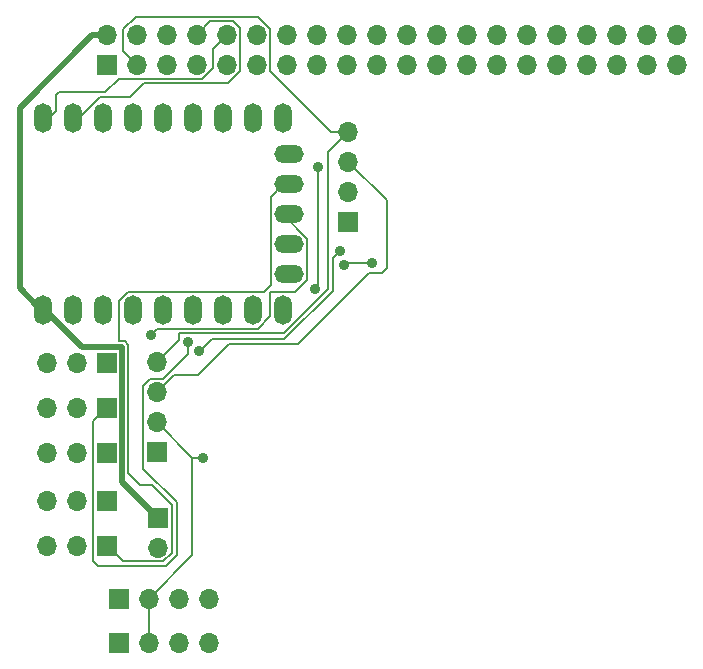
<source format=gtl>
G04 #@! TF.GenerationSoftware,KiCad,Pcbnew,8.0.2*
G04 #@! TF.CreationDate,2024-07-07T11:48:23-07:00*
G04 #@! TF.ProjectId,DonkeyHat,446f6e6b-6579-4486-9174-2e6b69636164,rev?*
G04 #@! TF.SameCoordinates,Original*
G04 #@! TF.FileFunction,Copper,L1,Top*
G04 #@! TF.FilePolarity,Positive*
%FSLAX46Y46*%
G04 Gerber Fmt 4.6, Leading zero omitted, Abs format (unit mm)*
G04 Created by KiCad (PCBNEW 8.0.2) date 2024-07-07 11:48:23*
%MOMM*%
%LPD*%
G01*
G04 APERTURE LIST*
G04 #@! TA.AperFunction,ComponentPad*
%ADD10O,1.500000X2.500000*%
G04 #@! TD*
G04 #@! TA.AperFunction,ComponentPad*
%ADD11O,2.500000X1.500000*%
G04 #@! TD*
G04 #@! TA.AperFunction,ComponentPad*
%ADD12R,1.700000X1.700000*%
G04 #@! TD*
G04 #@! TA.AperFunction,ComponentPad*
%ADD13O,1.700000X1.700000*%
G04 #@! TD*
G04 #@! TA.AperFunction,ViaPad*
%ADD14C,0.900000*%
G04 #@! TD*
G04 #@! TA.AperFunction,Conductor*
%ADD15C,0.200000*%
G04 #@! TD*
G04 #@! TA.AperFunction,Conductor*
%ADD16C,0.500000*%
G04 #@! TD*
G04 APERTURE END LIST*
D10*
X102980000Y-53300000D03*
X105520000Y-53300000D03*
X108060000Y-53300000D03*
X110600000Y-53300000D03*
X113140000Y-53300000D03*
X115680000Y-53300000D03*
X118220000Y-53300000D03*
X120760000Y-53300000D03*
X123300000Y-53300000D03*
D11*
X123800000Y-56340000D03*
X123800000Y-58880000D03*
X123800000Y-61420000D03*
X123800000Y-63960000D03*
X123800000Y-66500000D03*
D10*
X123300000Y-69540000D03*
X120760000Y-69540000D03*
X118220000Y-69540000D03*
X115680000Y-69540000D03*
X113140000Y-69540000D03*
X110600000Y-69540000D03*
X108060000Y-69540000D03*
X105520000Y-69540000D03*
X102980000Y-69540000D03*
D12*
X108382000Y-89459000D03*
D13*
X105842000Y-89459000D03*
X103302001Y-89459000D03*
D12*
X109398000Y-97714000D03*
D13*
X111938000Y-97714000D03*
X114477999Y-97714000D03*
X117018000Y-97714000D03*
D12*
X112700000Y-87100000D03*
D13*
X112700000Y-89640000D03*
D12*
X108367000Y-73980000D03*
D13*
X105827000Y-73980000D03*
X103287001Y-73980000D03*
D12*
X108367001Y-77790000D03*
D13*
X105827001Y-77790000D03*
X103287002Y-77790000D03*
D12*
X128829000Y-62027000D03*
D13*
X128829000Y-59487000D03*
X128829000Y-56947000D03*
X128829000Y-54407000D03*
D12*
X109398000Y-93953000D03*
D13*
X111938000Y-93953000D03*
X114477999Y-93953000D03*
X117018000Y-93953000D03*
D12*
X108367000Y-81600000D03*
D13*
X105827000Y-81600000D03*
X103287001Y-81600000D03*
D12*
X112600000Y-81580000D03*
D13*
X112600000Y-79040000D03*
X112600000Y-76500000D03*
X112600000Y-73960000D03*
D12*
X108367000Y-85649000D03*
D13*
X105827000Y-85649000D03*
X103287001Y-85649000D03*
D12*
X108370000Y-48770000D03*
D13*
X108370000Y-46230000D03*
X110910000Y-48770000D03*
X110910000Y-46230000D03*
X113450000Y-48770000D03*
X113450000Y-46230000D03*
X115990000Y-48770000D03*
X115990000Y-46230000D03*
X118530000Y-48770000D03*
X118530000Y-46230000D03*
X121070000Y-48770000D03*
X121070000Y-46230000D03*
X123610000Y-48770000D03*
X123610000Y-46230000D03*
X126150000Y-48770000D03*
X126150000Y-46230000D03*
X128690000Y-48770000D03*
X128690000Y-46230000D03*
X131230000Y-48770000D03*
X131230000Y-46230000D03*
X133770000Y-48770000D03*
X133770000Y-46230000D03*
X136310000Y-48770000D03*
X136310000Y-46230000D03*
X138850000Y-48770000D03*
X138850000Y-46230000D03*
X141390000Y-48770000D03*
X141390000Y-46230000D03*
X143930000Y-48770000D03*
X143930000Y-46230000D03*
X146470000Y-48770000D03*
X146470000Y-46230000D03*
X149010000Y-48770000D03*
X149010000Y-46230000D03*
X151550000Y-48770000D03*
X151550000Y-46230000D03*
X154090000Y-48770000D03*
X154090000Y-46230000D03*
X156630000Y-48770000D03*
X156630000Y-46230000D03*
D14*
X116200000Y-73000000D03*
X128100000Y-64500000D03*
X130800000Y-65500000D03*
X128494669Y-65744669D03*
X126000000Y-67700000D03*
X126300000Y-57400000D03*
X116500000Y-82067999D03*
X115230382Y-72250000D03*
X112100000Y-71600000D03*
D15*
X116300000Y-73000000D02*
X116200000Y-73000000D01*
X117300000Y-72000000D02*
X116300000Y-73000000D01*
X123410609Y-72000000D02*
X117300000Y-72000000D01*
X127500000Y-67910609D02*
X123410609Y-72000000D01*
X127500000Y-65100000D02*
X127500000Y-67910609D01*
X128100000Y-64500000D02*
X127500000Y-65100000D01*
X128739338Y-65500000D02*
X130800000Y-65500000D01*
X128494669Y-65744669D02*
X128739338Y-65500000D01*
X107200000Y-78957001D02*
X108367001Y-77790000D01*
X107600000Y-91200000D02*
X107200000Y-90800000D01*
X113400000Y-91200000D02*
X107600000Y-91200000D01*
X114300000Y-90300000D02*
X113400000Y-91200000D01*
X114300000Y-85800000D02*
X114300000Y-90300000D01*
X112050000Y-75350000D02*
X111450000Y-75950000D01*
X115230382Y-73269618D02*
X113150000Y-75350000D01*
X111450000Y-82950000D02*
X114300000Y-85800000D01*
X115230382Y-72250000D02*
X115230382Y-73269618D01*
X111450000Y-75950000D02*
X111450000Y-82950000D01*
X107200000Y-90800000D02*
X107200000Y-78957001D01*
X113150000Y-75350000D02*
X112050000Y-75350000D01*
X126300000Y-67500000D02*
X126100000Y-67700000D01*
X126300000Y-57400000D02*
X126300000Y-67500000D01*
X132100000Y-60218000D02*
X128829000Y-56947000D01*
X118700000Y-72400000D02*
X124600000Y-72400000D01*
X124600000Y-72400000D02*
X130600000Y-66400000D01*
X131700000Y-66400000D02*
X132100000Y-66000000D01*
X132100000Y-66000000D02*
X132100000Y-60218000D01*
X116100000Y-75000000D02*
X118700000Y-72400000D01*
X130600000Y-66400000D02*
X131700000Y-66400000D01*
X114100000Y-75000000D02*
X116100000Y-75000000D01*
X112600000Y-76500000D02*
X114100000Y-75000000D01*
X126000000Y-67800000D02*
X126100000Y-67700000D01*
X126000000Y-67700000D02*
X126000000Y-67800000D01*
X126100000Y-67700000D02*
X126000000Y-67700000D01*
X109921001Y-97953000D02*
X109906001Y-97968000D01*
X103287001Y-89444000D02*
X103302001Y-89459000D01*
X109906000Y-94285000D02*
X109921001Y-94285000D01*
X127100000Y-67744924D02*
X123344924Y-71500000D01*
X122220000Y-45753654D02*
X121146346Y-44680000D01*
X109760000Y-47620000D02*
X110910000Y-48770000D01*
X109760000Y-45753654D02*
X109760000Y-47620000D01*
X127100000Y-56136000D02*
X127100000Y-67744924D01*
X128829000Y-54407000D02*
X127100000Y-56136000D01*
X127380654Y-54407000D02*
X122220000Y-49246346D01*
X114500000Y-72060000D02*
X112600000Y-73960000D01*
X122220000Y-49246346D02*
X122220000Y-45753654D01*
X121146346Y-44680000D02*
X110833654Y-44680000D01*
X128829000Y-54407000D02*
X127380654Y-54407000D01*
X123344924Y-71500000D02*
X114500000Y-71500000D01*
X114500000Y-71500000D02*
X114500000Y-72060000D01*
X110833654Y-44680000D02*
X109760000Y-45753654D01*
X111560000Y-50320000D02*
X110380000Y-51500000D01*
X119680000Y-49246346D02*
X119680000Y-45680000D01*
X110380000Y-51500000D02*
X107820000Y-51500000D01*
X111560000Y-50320000D02*
X118606346Y-50320000D01*
X107820000Y-51500000D02*
X105520000Y-53800000D01*
X117140000Y-45080000D02*
X115990000Y-46230000D01*
X118606346Y-50320000D02*
X119680000Y-49246346D01*
X119080000Y-45080000D02*
X117140000Y-45080000D01*
X119680000Y-45680000D02*
X119080000Y-45080000D01*
X104100000Y-51300000D02*
X104100000Y-52680000D01*
X109420000Y-49920000D02*
X108240000Y-51100000D01*
X109420000Y-49920000D02*
X116466346Y-49920000D01*
X117380000Y-49006346D02*
X117380000Y-47380000D01*
X117380000Y-47380000D02*
X118530000Y-46230000D01*
X108240000Y-51100000D02*
X104300000Y-51100000D01*
X116466346Y-49920000D02*
X117380000Y-49006346D01*
X104300000Y-51100000D02*
X104100000Y-51300000D01*
X104100000Y-52680000D02*
X102980000Y-53800000D01*
D16*
X102505736Y-69140000D02*
X102900000Y-69140000D01*
X106282944Y-72680000D02*
X109667000Y-72680000D01*
X101010000Y-67644264D02*
X102505736Y-69140000D01*
X109667000Y-72680000D02*
X109667000Y-84067000D01*
X102900000Y-69297056D02*
X106282944Y-72680000D01*
X102900000Y-69140000D02*
X102900000Y-69297056D01*
X101010000Y-52387919D02*
X101010000Y-67644264D01*
X108370000Y-46230000D02*
X107167919Y-46230000D01*
X109667000Y-84067000D02*
X112700000Y-87100000D01*
X107167919Y-46230000D02*
X101010000Y-52387919D01*
D15*
X115627999Y-82067999D02*
X115627999Y-90263001D01*
X112600000Y-79040000D02*
X115627999Y-82067999D01*
X111938000Y-93953000D02*
X111938000Y-97714000D01*
X115627999Y-90263001D02*
X111938000Y-93953000D01*
X116500000Y-82067999D02*
X115627999Y-82067999D01*
X117018000Y-93182000D02*
X117018000Y-93953000D01*
X109894817Y-72130000D02*
X110217000Y-72452183D01*
X110217000Y-72452183D02*
X110217000Y-83317000D01*
X111200000Y-84300000D02*
X112200000Y-84300000D01*
X110165076Y-67990000D02*
X109400000Y-68755076D01*
X121672132Y-67990000D02*
X110165076Y-67990000D01*
X123300000Y-58880000D02*
X122250000Y-59930000D01*
X113166346Y-90800000D02*
X109723000Y-90800000D01*
X110217000Y-83317000D02*
X111200000Y-84300000D01*
X109723000Y-90800000D02*
X108382000Y-89459000D01*
X122250000Y-67412132D02*
X121672132Y-67990000D01*
X113900000Y-86000000D02*
X113900000Y-90066346D01*
X112200000Y-84300000D02*
X113900000Y-86000000D01*
X109400000Y-72130000D02*
X109894817Y-72130000D01*
X122250000Y-59930000D02*
X122250000Y-67412132D01*
X113900000Y-90066346D02*
X113166346Y-90800000D01*
X109400000Y-68755076D02*
X109400000Y-72130000D01*
X123300000Y-61420000D02*
X125350000Y-63470000D01*
X122237818Y-67990000D02*
X122237818Y-70047106D01*
X122237818Y-70047106D02*
X121184924Y-71100000D01*
X125350000Y-66950000D02*
X124310000Y-67990000D01*
X125350000Y-63470000D02*
X125350000Y-66950000D01*
X121184924Y-71100000D02*
X112600000Y-71100000D01*
X112100000Y-71600000D02*
X112200000Y-71500000D01*
X112600000Y-71100000D02*
X112100000Y-71600000D01*
X124310000Y-67990000D02*
X122237818Y-67990000D01*
D16*
X105827000Y-89444000D02*
X105842000Y-89459000D01*
M02*

</source>
